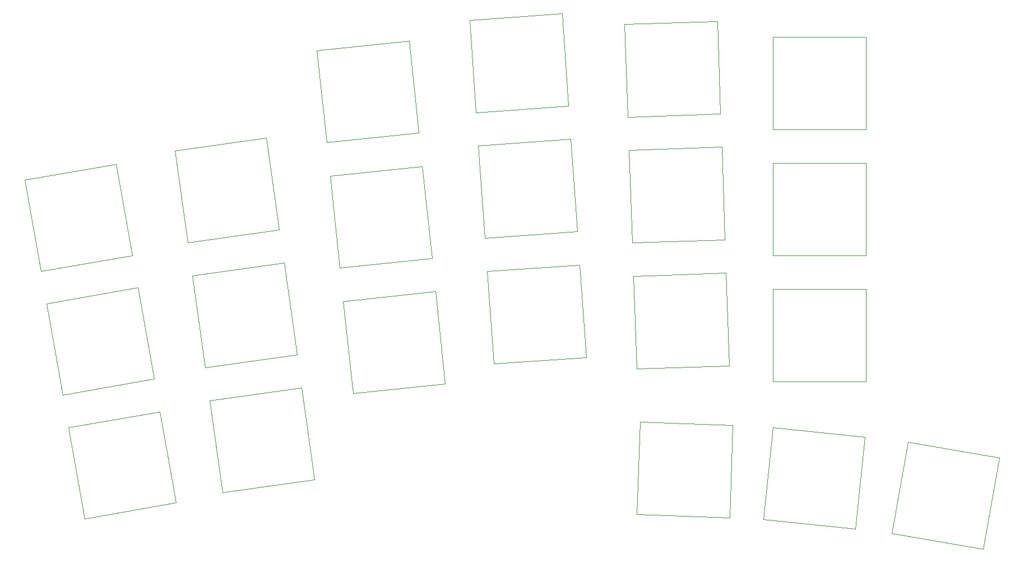
<source format=gbr>
%TF.GenerationSoftware,KiCad,Pcbnew,(6.0.0-0)*%
%TF.CreationDate,2022-01-05T19:55:08+07:00*%
%TF.ProjectId,kibod-01,6b69626f-642d-4303-912e-6b696361645f,rev?*%
%TF.SameCoordinates,Original*%
%TF.FileFunction,Other,ECO2*%
%FSLAX46Y46*%
G04 Gerber Fmt 4.6, Leading zero omitted, Abs format (unit mm)*
G04 Created by KiCad (PCBNEW (6.0.0-0)) date 2022-01-05 19:55:08*
%MOMM*%
%LPD*%
G01*
G04 APERTURE LIST*
%ADD10C,0.120000*%
G04 APERTURE END LIST*
D10*
%TO.C,K-0-0*%
X33039996Y-55584456D02*
X19252687Y-58015531D01*
X16821612Y-44228222D02*
X30608921Y-41797147D01*
X19252687Y-58015531D02*
X16821612Y-44228222D01*
X30608921Y-41797147D02*
X33039996Y-55584456D01*
%TO.C,K-0-1*%
X41416779Y-53683598D02*
X39468356Y-39819845D01*
X39468356Y-39819845D02*
X53332109Y-37871422D01*
X55280532Y-51735175D02*
X41416779Y-53683598D01*
X53332109Y-37871422D02*
X55280532Y-51735175D01*
%TO.C,K-0-2*%
X60941678Y-24634760D02*
X74864985Y-23171361D01*
X74864985Y-23171361D02*
X76328384Y-37094668D01*
X62405077Y-38558067D02*
X60941678Y-24634760D01*
X76328384Y-37094668D02*
X62405077Y-38558067D01*
%TO.C,K-0-3*%
X97969162Y-19046547D02*
X98945753Y-33012444D01*
X84003265Y-20023138D02*
X97969162Y-19046547D01*
X98945753Y-33012444D02*
X84979856Y-33989035D01*
X84979856Y-33989035D02*
X84003265Y-20023138D01*
%TO.C,K-0-4*%
X107921602Y-34673668D02*
X107433009Y-20682197D01*
X121424480Y-20193604D02*
X121913073Y-34185075D01*
X121913073Y-34185075D02*
X107921602Y-34673668D01*
X107433009Y-20682197D02*
X121424480Y-20193604D01*
%TO.C,K-0-5*%
X129849511Y-36586339D02*
X129849511Y-22586339D01*
X143849511Y-22586339D02*
X143849511Y-36586339D01*
X143849511Y-36586339D02*
X129849511Y-36586339D01*
X129849511Y-22586339D02*
X143849511Y-22586339D01*
%TO.C,K-1-0*%
X36347993Y-74233687D02*
X22560684Y-76664762D01*
X22560684Y-76664762D02*
X20129609Y-62877453D01*
X20129609Y-62877453D02*
X33916918Y-60446378D01*
X33916918Y-60446378D02*
X36347993Y-74233687D01*
%TO.C,K-1-1*%
X42119601Y-58684451D02*
X55983354Y-56736028D01*
X44068024Y-72548204D02*
X42119601Y-58684451D01*
X55983354Y-56736028D02*
X57931777Y-70599781D01*
X57931777Y-70599781D02*
X44068024Y-72548204D01*
%TO.C,K-1-2*%
X62932943Y-43580403D02*
X76856250Y-42117004D01*
X64396342Y-57503710D02*
X62932943Y-43580403D01*
X76856250Y-42117004D02*
X78319649Y-56040311D01*
X78319649Y-56040311D02*
X64396342Y-57503710D01*
%TO.C,K-1-3*%
X99298022Y-38050141D02*
X100274613Y-52016038D01*
X85332125Y-39026732D02*
X99298022Y-38050141D01*
X86308716Y-52992629D02*
X85332125Y-39026732D01*
X100274613Y-52016038D02*
X86308716Y-52992629D01*
%TO.C,K-1-4*%
X108586437Y-53712063D02*
X108097844Y-39720592D01*
X122577908Y-53223470D02*
X108586437Y-53712063D01*
X108097844Y-39720592D02*
X122089315Y-39231999D01*
X122089315Y-39231999D02*
X122577908Y-53223470D01*
%TO.C,K-1-5*%
X143849511Y-41636339D02*
X143849511Y-55636339D01*
X129849511Y-55636339D02*
X129849511Y-41636339D01*
X129849511Y-41636339D02*
X143849511Y-41636339D01*
X143849511Y-55636339D02*
X129849511Y-55636339D01*
%TO.C,K-2-0*%
X23437607Y-81638041D02*
X37224916Y-79206966D01*
X39655991Y-92994275D02*
X25868682Y-95425350D01*
X25868682Y-95425350D02*
X23437607Y-81638041D01*
X37224916Y-79206966D02*
X39655991Y-92994275D01*
%TO.C,K-2-1*%
X46719274Y-91412811D02*
X44770851Y-77549058D01*
X58634604Y-75600635D02*
X60583027Y-89464388D01*
X60583027Y-89464388D02*
X46719274Y-91412811D01*
X44770851Y-77549058D02*
X58634604Y-75600635D01*
%TO.C,K-2-2*%
X80310917Y-74985951D02*
X66387610Y-76449350D01*
X64924211Y-62526043D02*
X78847518Y-61062644D01*
X78847518Y-61062644D02*
X80310917Y-74985951D01*
X66387610Y-76449350D02*
X64924211Y-62526043D01*
%TO.C,K-2-3*%
X101603474Y-71019634D02*
X87637577Y-71996225D01*
X86660986Y-58030328D02*
X100626883Y-57053737D01*
X100626883Y-57053737D02*
X101603474Y-71019634D01*
X87637577Y-71996225D02*
X86660986Y-58030328D01*
%TO.C,K-2-4*%
X109251272Y-72750458D02*
X108762679Y-58758987D01*
X123242743Y-72261865D02*
X109251272Y-72750458D01*
X122754150Y-58270394D02*
X123242743Y-72261865D01*
X108762679Y-58758987D02*
X122754150Y-58270394D01*
%TO.C,K-2-5*%
X129849511Y-60686339D02*
X143849511Y-60686339D01*
X143849511Y-60686339D02*
X143849511Y-74686339D01*
X143849511Y-74686339D02*
X129849511Y-74686339D01*
X129849511Y-74686339D02*
X129849511Y-60686339D01*
%TO.C,K-3-3*%
X109778845Y-80766307D02*
X123770316Y-81254900D01*
X123281723Y-95246371D02*
X109290252Y-94757778D01*
X109290252Y-94757778D02*
X109778845Y-80766307D01*
X123770316Y-81254900D02*
X123281723Y-95246371D01*
%TO.C,K-3-4*%
X143750147Y-83046385D02*
X142286748Y-96969692D01*
X142286748Y-96969692D02*
X128363441Y-95506293D01*
X129826840Y-81582986D02*
X143750147Y-83046385D01*
X128363441Y-95506293D02*
X129826840Y-81582986D01*
%TO.C,K-3-5*%
X161577628Y-100012934D02*
X147790319Y-97581859D01*
X164008703Y-86225625D02*
X161577628Y-100012934D01*
X150221394Y-83794550D02*
X164008703Y-86225625D01*
X147790319Y-97581859D02*
X150221394Y-83794550D01*
%TD*%
M02*

</source>
